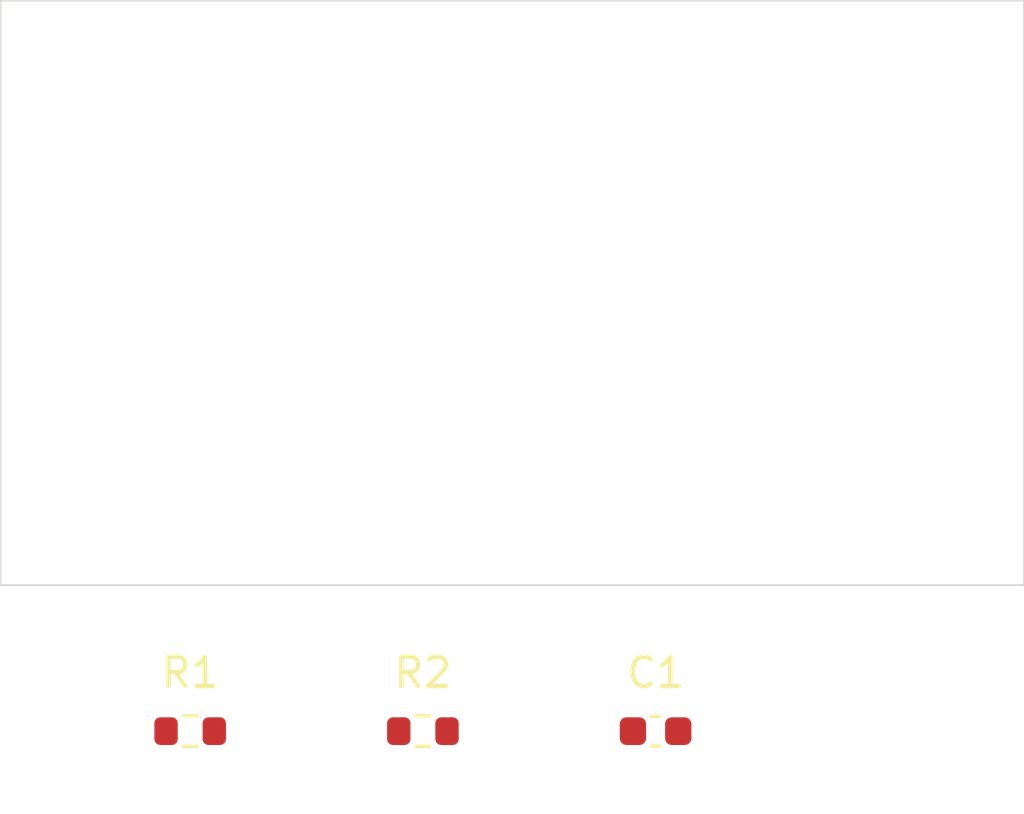
<source format=kicad_pcb>
(kicad_pcb (version 20241229) (generator "pcbnew") (generator_version "9.0")
  (layers (0 "F.Cu" signal) (2 "B.Cu" signal) (13 "F.Paste" user) (15 "B.Paste" user) (5 "F.SilkS" user "F.Silkscreen") (7 "B.SilkS" user "B.Silkscreen") (1 "F.Mask" user) (3 "B.Mask" user) (25 "Edge.Cuts" user))
  (net 0 "")
  (footprint "Resistor_SMD:R_0603_1608Metric" (layer "F.Cu") (at 6.479999999999997 25.0)
    (property "Reference" "R1" (at 0 -2 0) (layer "F.SilkS") (effects (font (size 1.0 1.0))))
    (property "Value" "10k")
    (fp_line (start -0.237258 -0.5225) (end 0.237258 -0.5225) (stroke (width 0.12)) (layer "F.SilkS"))
    (fp_line (start -0.237258 0.5225) (end 0.237258 0.5225) (stroke (width 0.12)) (layer "F.SilkS"))
    (pad "1" smd roundrect (at -0.825 0.0) (size 0.8 0.95) (layers "F.Cu" "F.Mask" "F.Paste"))
    (pad "2" smd roundrect (at 0.825 0.0) (size 0.8 0.95) (layers "F.Cu" "F.Mask" "F.Paste"))
  )
  (footprint "Resistor_SMD:R_0603_1608Metric" (layer "F.Cu") (at 14.43999999999999 25.0)
    (property "Reference" "R2" (at 0 -2 0) (layer "F.SilkS") (effects (font (size 1.0 1.0))))
    (property "Value" "20k")
    (fp_line (start -0.237258 -0.5225) (end 0.237258 -0.5225) (stroke (width 0.12)) (layer "F.SilkS"))
    (fp_line (start -0.237258 0.5225) (end 0.237258 0.5225) (stroke (width 0.12)) (layer "F.SilkS"))
    (pad "1" smd roundrect (at -0.825 0.0) (size 0.8 0.95) (layers "F.Cu" "F.Mask" "F.Paste"))
    (pad "2" smd roundrect (at 0.825 0.0) (size 0.8 0.95) (layers "F.Cu" "F.Mask" "F.Paste"))
  )
  (footprint "Capacitor_SMD:C_0603_1608Metric" (layer "F.Cu") (at 22.399999999999984 25.0)
    (property "Reference" "C1" (at 0 -2 0) (layer "F.SilkS") (effects (font (size 1.0 1.0))))
    (property "Value" "100nF")
    (fp_line (start -0.14058 -0.51) (end 0.14058 -0.51) (stroke (width 0.12)) (layer "F.SilkS"))
    (fp_line (start -0.14058 0.51) (end 0.14058 0.51) (stroke (width 0.12)) (layer "F.SilkS"))
    (pad "1" smd roundrect (at -0.775 0.0) (size 0.9 0.95) (layers "F.Cu" "F.Mask" "F.Paste"))
    (pad "2" smd roundrect (at 0.775 0.0) (size 0.9 0.95) (layers "F.Cu" "F.Mask" "F.Paste"))
  )
  (gr_rect (start 0 0) (end 35.0 20.0) (stroke (width 0.05)) (fill no) (layer "Edge.Cuts"))
)
</source>
